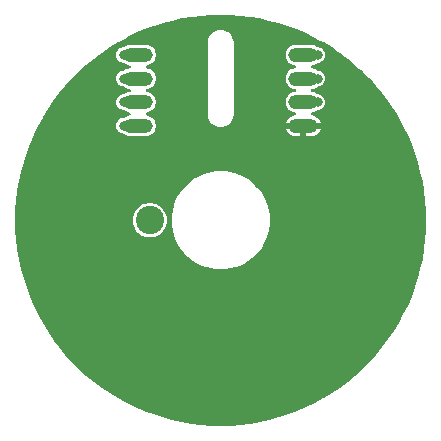
<source format=gtl>
G04 #@! TF.GenerationSoftware,KiCad,Pcbnew,8.0.7*
G04 #@! TF.CreationDate,2025-03-03T17:10:54+00:00*
G04 #@! TF.ProjectId,view_screen,76696577-5f73-4637-9265-656e2e6b6963,rev?*
G04 #@! TF.SameCoordinates,Original*
G04 #@! TF.FileFunction,Copper,L1,Top*
G04 #@! TF.FilePolarity,Positive*
%FSLAX46Y46*%
G04 Gerber Fmt 4.6, Leading zero omitted, Abs format (unit mm)*
G04 Created by KiCad (PCBNEW 8.0.7) date 2025-03-03 17:10:54*
%MOMM*%
%LPD*%
G01*
G04 APERTURE LIST*
G04 #@! TA.AperFunction,ComponentPad*
%ADD10C,2.400000*%
G04 #@! TD*
G04 #@! TA.AperFunction,SMDPad,CuDef*
%ADD11O,2.500000X1.250000*%
G04 #@! TD*
G04 #@! TA.AperFunction,ViaPad*
%ADD12C,0.800000*%
G04 #@! TD*
G04 APERTURE END LIST*
D10*
X94000000Y-100000000D03*
D11*
X93000000Y-92000000D03*
X93000000Y-90000000D03*
X93000000Y-88000000D03*
X93000000Y-86000000D03*
X107000000Y-92000000D03*
X107000000Y-90000000D03*
X107000000Y-88000000D03*
X107000000Y-86000000D03*
D12*
X93250000Y-107000000D03*
X85000000Y-98500000D03*
X107750000Y-109000000D03*
X105500000Y-93000000D03*
X91000000Y-98500000D03*
X115000000Y-101500000D03*
X100000000Y-116500000D03*
X89000000Y-98500000D03*
X95750000Y-107000000D03*
X87000000Y-98500000D03*
X90750000Y-107000000D03*
X100000000Y-107500000D03*
X98500000Y-92500000D03*
X108200000Y-90000000D03*
X108200000Y-86000000D03*
X108200000Y-88000000D03*
X91800000Y-86000000D03*
X91800000Y-88000000D03*
X91800000Y-90000000D03*
X91800000Y-92000000D03*
G04 #@! TA.AperFunction,Conductor*
G36*
X100824914Y-82620136D02*
G01*
X100830868Y-82620420D01*
X101650970Y-82679074D01*
X101656869Y-82679637D01*
X102473244Y-82777247D01*
X102479171Y-82778100D01*
X103289931Y-82914436D01*
X103295790Y-82915566D01*
X104099160Y-83090329D01*
X104104985Y-83091741D01*
X104899124Y-83304529D01*
X104904865Y-83306216D01*
X105687973Y-83556548D01*
X105693591Y-83558492D01*
X106463929Y-83845813D01*
X106469496Y-83848042D01*
X107225270Y-84171683D01*
X107230725Y-84174175D01*
X107970200Y-84533391D01*
X107975530Y-84536138D01*
X108271124Y-84697544D01*
X108697135Y-84930163D01*
X108702301Y-84933145D01*
X109404331Y-85361055D01*
X109409344Y-85364277D01*
X109969576Y-85743453D01*
X110090221Y-85825108D01*
X110095103Y-85828584D01*
X110539362Y-86161153D01*
X110753254Y-86321270D01*
X110757964Y-86324974D01*
X111308339Y-86779402D01*
X111391936Y-86848425D01*
X111396463Y-86852347D01*
X111728622Y-87154300D01*
X112004819Y-87405380D01*
X112009159Y-87409519D01*
X112590480Y-87990840D01*
X112594619Y-87995180D01*
X113147647Y-88603531D01*
X113151572Y-88608061D01*
X113213576Y-88683156D01*
X113675022Y-89242031D01*
X113678729Y-89246745D01*
X114171412Y-89904893D01*
X114174891Y-89909778D01*
X114235955Y-90000000D01*
X114603197Y-90542599D01*
X114635712Y-90590639D01*
X114638950Y-90595679D01*
X114979741Y-91154781D01*
X115066845Y-91297684D01*
X115069844Y-91302878D01*
X115463861Y-92024469D01*
X115466608Y-92029799D01*
X115825824Y-92769274D01*
X115828316Y-92774729D01*
X116151957Y-93530503D01*
X116154186Y-93536070D01*
X116441496Y-94306376D01*
X116443457Y-94312044D01*
X116693781Y-95095127D01*
X116695471Y-95100881D01*
X116908257Y-95895011D01*
X116909670Y-95900839D01*
X117084433Y-96704209D01*
X117085568Y-96710097D01*
X117221898Y-97520824D01*
X117222752Y-97526760D01*
X117320358Y-98343095D01*
X117320928Y-98349065D01*
X117379578Y-99169113D01*
X117379863Y-99175103D01*
X117399428Y-99997001D01*
X117399428Y-100002999D01*
X117379863Y-100824896D01*
X117379578Y-100830886D01*
X117320928Y-101650934D01*
X117320358Y-101656904D01*
X117222752Y-102473239D01*
X117221898Y-102479175D01*
X117085568Y-103289902D01*
X117084433Y-103295790D01*
X116909670Y-104099160D01*
X116908257Y-104104988D01*
X116695471Y-104899118D01*
X116693781Y-104904872D01*
X116443457Y-105687955D01*
X116441496Y-105693623D01*
X116154186Y-106463929D01*
X116151957Y-106469496D01*
X115828316Y-107225270D01*
X115825824Y-107230725D01*
X115466608Y-107970200D01*
X115463861Y-107975530D01*
X115069844Y-108697121D01*
X115066845Y-108702315D01*
X114638954Y-109404315D01*
X114635712Y-109409360D01*
X114174891Y-110090221D01*
X114171412Y-110095106D01*
X113678729Y-110753254D01*
X113675022Y-110757968D01*
X113151574Y-111391936D01*
X113147647Y-111396468D01*
X112594619Y-112004819D01*
X112590480Y-112009159D01*
X112009159Y-112590480D01*
X112004819Y-112594619D01*
X111396468Y-113147647D01*
X111391936Y-113151574D01*
X110757968Y-113675022D01*
X110753254Y-113678729D01*
X110095106Y-114171412D01*
X110090221Y-114174891D01*
X109409360Y-114635712D01*
X109404315Y-114638954D01*
X108702315Y-115066845D01*
X108697121Y-115069844D01*
X107975530Y-115463861D01*
X107970200Y-115466608D01*
X107230725Y-115825824D01*
X107225270Y-115828316D01*
X106469496Y-116151957D01*
X106463929Y-116154186D01*
X105693623Y-116441496D01*
X105687955Y-116443457D01*
X104904872Y-116693781D01*
X104899118Y-116695471D01*
X104104988Y-116908257D01*
X104099160Y-116909670D01*
X103295790Y-117084433D01*
X103289902Y-117085568D01*
X102479175Y-117221898D01*
X102473239Y-117222752D01*
X101656904Y-117320358D01*
X101650934Y-117320928D01*
X100830886Y-117379578D01*
X100824896Y-117379863D01*
X100002999Y-117399428D01*
X99997001Y-117399428D01*
X99175103Y-117379863D01*
X99169113Y-117379578D01*
X98349065Y-117320928D01*
X98343095Y-117320358D01*
X97526760Y-117222752D01*
X97520824Y-117221898D01*
X96710097Y-117085568D01*
X96704209Y-117084433D01*
X95900839Y-116909670D01*
X95895011Y-116908257D01*
X95100881Y-116695471D01*
X95095127Y-116693781D01*
X94312044Y-116443457D01*
X94306383Y-116441498D01*
X94045969Y-116344369D01*
X93536070Y-116154186D01*
X93530503Y-116151957D01*
X92774729Y-115828316D01*
X92769274Y-115825824D01*
X92029799Y-115466608D01*
X92024469Y-115463861D01*
X91302878Y-115069844D01*
X91297684Y-115066845D01*
X90595684Y-114638954D01*
X90590639Y-114635712D01*
X89909778Y-114174891D01*
X89904893Y-114171412D01*
X89246745Y-113678729D01*
X89242031Y-113675022D01*
X88608063Y-113151574D01*
X88603531Y-113147647D01*
X87995180Y-112594619D01*
X87990840Y-112590480D01*
X87409519Y-112009159D01*
X87405380Y-112004819D01*
X86852352Y-111396468D01*
X86848425Y-111391936D01*
X86324977Y-110757968D01*
X86321270Y-110753254D01*
X85916230Y-110212184D01*
X85828584Y-110095103D01*
X85825108Y-110090221D01*
X85437982Y-109518244D01*
X85364277Y-109409344D01*
X85361055Y-109404331D01*
X84933145Y-108702301D01*
X84930155Y-108697121D01*
X84536138Y-107975530D01*
X84533391Y-107970200D01*
X84174175Y-107230725D01*
X84171683Y-107225270D01*
X83848042Y-106469496D01*
X83845813Y-106463929D01*
X83558492Y-105693591D01*
X83556542Y-105687955D01*
X83306218Y-104904872D01*
X83304528Y-104899118D01*
X83091742Y-104104988D01*
X83090329Y-104099160D01*
X82915566Y-103295790D01*
X82914436Y-103289931D01*
X82778100Y-102479171D01*
X82777247Y-102473239D01*
X82757571Y-102308675D01*
X82679637Y-101656869D01*
X82679074Y-101650970D01*
X82620420Y-100830868D01*
X82620136Y-100824896D01*
X82617035Y-100694638D01*
X82600571Y-100002982D01*
X82600571Y-100000000D01*
X92540515Y-100000000D01*
X92560420Y-100240226D01*
X92560421Y-100240232D01*
X92619593Y-100473893D01*
X92619595Y-100473897D01*
X92716420Y-100694637D01*
X92848260Y-100896434D01*
X93011511Y-101073772D01*
X93011516Y-101073776D01*
X93011518Y-101073778D01*
X93129862Y-101165889D01*
X93181754Y-101206279D01*
X93201737Y-101221832D01*
X93413732Y-101336557D01*
X93641718Y-101414825D01*
X93879477Y-101454500D01*
X93879481Y-101454500D01*
X94120519Y-101454500D01*
X94120523Y-101454500D01*
X94358282Y-101414825D01*
X94586268Y-101336557D01*
X94798263Y-101221832D01*
X94988482Y-101073778D01*
X95151739Y-100896434D01*
X95283579Y-100694638D01*
X95380406Y-100473894D01*
X95439580Y-100240223D01*
X95459485Y-100000000D01*
X95844495Y-100000000D01*
X95864124Y-100399564D01*
X95864505Y-100407307D01*
X95864506Y-100407321D01*
X95874382Y-100473897D01*
X95924342Y-100810699D01*
X95945818Y-100896434D01*
X96023431Y-101206284D01*
X96149101Y-101557508D01*
X96160814Y-101590243D01*
X96335172Y-101958891D01*
X96335174Y-101958894D01*
X96544826Y-102308679D01*
X96787740Y-102636210D01*
X96787748Y-102636220D01*
X96787751Y-102636224D01*
X96893120Y-102752481D01*
X97061613Y-102938386D01*
X97230106Y-103091098D01*
X97363776Y-103212249D01*
X97363779Y-103212251D01*
X97363789Y-103212259D01*
X97691320Y-103455173D01*
X97691324Y-103455175D01*
X97691325Y-103455176D01*
X98041109Y-103664828D01*
X98409757Y-103839186D01*
X98793721Y-103976570D01*
X99189301Y-104075658D01*
X99592689Y-104135495D01*
X99940438Y-104152578D01*
X99999996Y-104155505D01*
X100000000Y-104155505D01*
X100000004Y-104155505D01*
X100057460Y-104152682D01*
X100407311Y-104135495D01*
X100810699Y-104075658D01*
X101206279Y-103976570D01*
X101590243Y-103839186D01*
X101958891Y-103664828D01*
X102308675Y-103455176D01*
X102636224Y-103212249D01*
X102938386Y-102938386D01*
X103212249Y-102636224D01*
X103455176Y-102308675D01*
X103664828Y-101958891D01*
X103839186Y-101590243D01*
X103976570Y-101206279D01*
X104075658Y-100810699D01*
X104135495Y-100407311D01*
X104155505Y-100000000D01*
X104135495Y-99592689D01*
X104075658Y-99189301D01*
X103976570Y-98793721D01*
X103971005Y-98778169D01*
X103929955Y-98663441D01*
X103839186Y-98409757D01*
X103664828Y-98041109D01*
X103455176Y-97691325D01*
X103455175Y-97691324D01*
X103455173Y-97691320D01*
X103212259Y-97363789D01*
X103212251Y-97363779D01*
X103212249Y-97363776D01*
X103091098Y-97230106D01*
X102938386Y-97061613D01*
X102734509Y-96876831D01*
X102636224Y-96787751D01*
X102636220Y-96787748D01*
X102636210Y-96787740D01*
X102308679Y-96544826D01*
X101958894Y-96335174D01*
X101958895Y-96335174D01*
X101958891Y-96335172D01*
X101590243Y-96160814D01*
X101557556Y-96149118D01*
X101206284Y-96023431D01*
X101107002Y-95998562D01*
X100810699Y-95924342D01*
X100781039Y-95919942D01*
X100407321Y-95864506D01*
X100407314Y-95864505D01*
X100407311Y-95864505D01*
X100203655Y-95854500D01*
X100000004Y-95844495D01*
X99999996Y-95844495D01*
X99767250Y-95855929D01*
X99592689Y-95864505D01*
X99592686Y-95864505D01*
X99592678Y-95864506D01*
X99189307Y-95924341D01*
X99189305Y-95924341D01*
X99189301Y-95924342D01*
X98991511Y-95973886D01*
X98793715Y-96023431D01*
X98409759Y-96160813D01*
X98041105Y-96335174D01*
X97691320Y-96544826D01*
X97363789Y-96787740D01*
X97363779Y-96787748D01*
X97061613Y-97061613D01*
X96787748Y-97363779D01*
X96787740Y-97363789D01*
X96544826Y-97691320D01*
X96335174Y-98041105D01*
X96160813Y-98409759D01*
X96023431Y-98793715D01*
X96017432Y-98817665D01*
X95924342Y-99189301D01*
X95924341Y-99189305D01*
X95924341Y-99189307D01*
X95864506Y-99592678D01*
X95864505Y-99592686D01*
X95864505Y-99592689D01*
X95844495Y-100000000D01*
X95459485Y-100000000D01*
X95439580Y-99759777D01*
X95439579Y-99759773D01*
X95439578Y-99759767D01*
X95380406Y-99526106D01*
X95380404Y-99526102D01*
X95283579Y-99305362D01*
X95151739Y-99103565D01*
X94988488Y-98926227D01*
X94798265Y-98778169D01*
X94770269Y-98763018D01*
X94586268Y-98663443D01*
X94586265Y-98663442D01*
X94586264Y-98663441D01*
X94358286Y-98585176D01*
X94358279Y-98585174D01*
X94256524Y-98568194D01*
X94120523Y-98545500D01*
X93879477Y-98545500D01*
X93760491Y-98565355D01*
X93641720Y-98585174D01*
X93641713Y-98585176D01*
X93413735Y-98663441D01*
X93413732Y-98663443D01*
X93201734Y-98778169D01*
X93011511Y-98926227D01*
X92848260Y-99103565D01*
X92716420Y-99305362D01*
X92619595Y-99526102D01*
X92619593Y-99526106D01*
X92560421Y-99759767D01*
X92560420Y-99759773D01*
X92540515Y-100000000D01*
X82600571Y-100000000D01*
X82600571Y-99997001D01*
X82606218Y-99759777D01*
X82620136Y-99175083D01*
X82620421Y-99169113D01*
X82679074Y-98349025D01*
X82679637Y-98343134D01*
X82777248Y-97526749D01*
X82778101Y-97520824D01*
X82914438Y-96710060D01*
X82915566Y-96704209D01*
X83090329Y-95900839D01*
X83091742Y-95895011D01*
X83304528Y-95100881D01*
X83306218Y-95095127D01*
X83323853Y-95039961D01*
X83556552Y-94312013D01*
X83558487Y-94306420D01*
X83845821Y-93536049D01*
X83848042Y-93530503D01*
X84171689Y-92774715D01*
X84174175Y-92769274D01*
X84216011Y-92683153D01*
X84533392Y-92029796D01*
X84536138Y-92024469D01*
X84930173Y-91302845D01*
X84933134Y-91297716D01*
X85361067Y-90595648D01*
X85364264Y-90590673D01*
X85825124Y-89909754D01*
X85828570Y-89904916D01*
X86321288Y-89246721D01*
X86324958Y-89242055D01*
X86848447Y-88608037D01*
X86852329Y-88603557D01*
X87405400Y-87995158D01*
X87409498Y-87990861D01*
X87990861Y-87409498D01*
X87995158Y-87405400D01*
X88603557Y-86852329D01*
X88608037Y-86848447D01*
X89242055Y-86324958D01*
X89246721Y-86321288D01*
X89675917Y-85999996D01*
X91140693Y-85999996D01*
X91140693Y-86000003D01*
X91159849Y-86157779D01*
X91208447Y-86285919D01*
X91216213Y-86306395D01*
X91306502Y-86437201D01*
X91425471Y-86542599D01*
X91425472Y-86542599D01*
X91425474Y-86542601D01*
X91459862Y-86560649D01*
X91566207Y-86616463D01*
X91720529Y-86654500D01*
X91734355Y-86654500D01*
X91802476Y-86674502D01*
X91814293Y-86683104D01*
X91814344Y-86683146D01*
X91814351Y-86683153D01*
X91958400Y-86779403D01*
X92118459Y-86845702D01*
X92231823Y-86868251D01*
X92272896Y-86876421D01*
X92335805Y-86909329D01*
X92370937Y-86971024D01*
X92367137Y-87041918D01*
X92325611Y-87099504D01*
X92272896Y-87123579D01*
X92118458Y-87154298D01*
X92118453Y-87154300D01*
X91958400Y-87220597D01*
X91814356Y-87316843D01*
X91814293Y-87316896D01*
X91814253Y-87316912D01*
X91809205Y-87320286D01*
X91808565Y-87319328D01*
X91748947Y-87344652D01*
X91734355Y-87345500D01*
X91720527Y-87345500D01*
X91566209Y-87383536D01*
X91566202Y-87383539D01*
X91425474Y-87457398D01*
X91425469Y-87457402D01*
X91306501Y-87562800D01*
X91216215Y-87693601D01*
X91216212Y-87693607D01*
X91159849Y-87842220D01*
X91140693Y-87999996D01*
X91140693Y-88000003D01*
X91159849Y-88157779D01*
X91208447Y-88285919D01*
X91216213Y-88306395D01*
X91306502Y-88437201D01*
X91425471Y-88542599D01*
X91425472Y-88542599D01*
X91425474Y-88542601D01*
X91459862Y-88560649D01*
X91566207Y-88616463D01*
X91720529Y-88654500D01*
X91734355Y-88654500D01*
X91802476Y-88674502D01*
X91814293Y-88683104D01*
X91814344Y-88683146D01*
X91814351Y-88683153D01*
X91958400Y-88779403D01*
X92118459Y-88845702D01*
X92231823Y-88868251D01*
X92272896Y-88876421D01*
X92335805Y-88909329D01*
X92370937Y-88971024D01*
X92367137Y-89041918D01*
X92325611Y-89099504D01*
X92272896Y-89123579D01*
X92118458Y-89154298D01*
X92118453Y-89154300D01*
X91958400Y-89220597D01*
X91814356Y-89316843D01*
X91814293Y-89316896D01*
X91814253Y-89316912D01*
X91809205Y-89320286D01*
X91808565Y-89319328D01*
X91748947Y-89344652D01*
X91734355Y-89345500D01*
X91720527Y-89345500D01*
X91566209Y-89383536D01*
X91566202Y-89383539D01*
X91425474Y-89457398D01*
X91425469Y-89457402D01*
X91306501Y-89562800D01*
X91216215Y-89693601D01*
X91216212Y-89693607D01*
X91159849Y-89842220D01*
X91140693Y-89999996D01*
X91140693Y-90000003D01*
X91159849Y-90157779D01*
X91208447Y-90285919D01*
X91216213Y-90306395D01*
X91306502Y-90437201D01*
X91425471Y-90542599D01*
X91425472Y-90542599D01*
X91425474Y-90542601D01*
X91459862Y-90560649D01*
X91566207Y-90616463D01*
X91720529Y-90654500D01*
X91734355Y-90654500D01*
X91802476Y-90674502D01*
X91814293Y-90683104D01*
X91814344Y-90683146D01*
X91814351Y-90683153D01*
X91958400Y-90779403D01*
X92118459Y-90845702D01*
X92231823Y-90868251D01*
X92272896Y-90876421D01*
X92335805Y-90909329D01*
X92370937Y-90971024D01*
X92367137Y-91041918D01*
X92325611Y-91099504D01*
X92272896Y-91123579D01*
X92118458Y-91154298D01*
X92118453Y-91154300D01*
X91958400Y-91220597D01*
X91814356Y-91316843D01*
X91814293Y-91316896D01*
X91814253Y-91316912D01*
X91809205Y-91320286D01*
X91808565Y-91319328D01*
X91748947Y-91344652D01*
X91734355Y-91345500D01*
X91720527Y-91345500D01*
X91566209Y-91383536D01*
X91566202Y-91383539D01*
X91425474Y-91457398D01*
X91425469Y-91457402D01*
X91306501Y-91562800D01*
X91216215Y-91693601D01*
X91216212Y-91693607D01*
X91159849Y-91842220D01*
X91140693Y-91999996D01*
X91140693Y-92000003D01*
X91159849Y-92157779D01*
X91208447Y-92285919D01*
X91216213Y-92306395D01*
X91306502Y-92437201D01*
X91425471Y-92542599D01*
X91425472Y-92542599D01*
X91425474Y-92542601D01*
X91459862Y-92560649D01*
X91566207Y-92616463D01*
X91720529Y-92654500D01*
X91734355Y-92654500D01*
X91802476Y-92674502D01*
X91814293Y-92683104D01*
X91814344Y-92683146D01*
X91814351Y-92683153D01*
X91958400Y-92779403D01*
X92118459Y-92845702D01*
X92264764Y-92874803D01*
X92288371Y-92879499D01*
X92288374Y-92879499D01*
X92288377Y-92879500D01*
X92288378Y-92879500D01*
X93711622Y-92879500D01*
X93711623Y-92879500D01*
X93881541Y-92845702D01*
X94041600Y-92779403D01*
X94185649Y-92683153D01*
X94308153Y-92560649D01*
X94404403Y-92416600D01*
X94470702Y-92256541D01*
X94471207Y-92254000D01*
X105529305Y-92254000D01*
X105529781Y-92256397D01*
X105529781Y-92256398D01*
X105596040Y-92416363D01*
X105692235Y-92560329D01*
X105692240Y-92560335D01*
X105814664Y-92682759D01*
X105814670Y-92682764D01*
X105958636Y-92778959D01*
X106118601Y-92845218D01*
X106118604Y-92845219D01*
X106288422Y-92878999D01*
X106288426Y-92879000D01*
X106746000Y-92879000D01*
X107254000Y-92879000D01*
X107711574Y-92879000D01*
X107711577Y-92878999D01*
X107881395Y-92845219D01*
X107881398Y-92845218D01*
X108041363Y-92778959D01*
X108185329Y-92682764D01*
X108185335Y-92682759D01*
X108307759Y-92560335D01*
X108307764Y-92560329D01*
X108403959Y-92416363D01*
X108470218Y-92256398D01*
X108470218Y-92256397D01*
X108470695Y-92254000D01*
X107254000Y-92254000D01*
X107254000Y-92879000D01*
X106746000Y-92879000D01*
X106746000Y-92254000D01*
X105529305Y-92254000D01*
X94471207Y-92254000D01*
X94504500Y-92086623D01*
X94504500Y-91913377D01*
X94470702Y-91743459D01*
X94404403Y-91583400D01*
X94308153Y-91439351D01*
X94185649Y-91316847D01*
X94041600Y-91220597D01*
X93881541Y-91154298D01*
X93792248Y-91136536D01*
X93727104Y-91123579D01*
X93664194Y-91090672D01*
X93629062Y-91028977D01*
X93632862Y-90958082D01*
X93674388Y-90900496D01*
X93727104Y-90876421D01*
X93753656Y-90871139D01*
X93881541Y-90845702D01*
X94041600Y-90779403D01*
X94185649Y-90683153D01*
X94308153Y-90560649D01*
X94404403Y-90416600D01*
X94470702Y-90256541D01*
X94504500Y-90086623D01*
X94504500Y-89913377D01*
X94502812Y-89904893D01*
X94490346Y-89842218D01*
X94470702Y-89743459D01*
X94404403Y-89583400D01*
X94308153Y-89439351D01*
X94185649Y-89316847D01*
X94041600Y-89220597D01*
X93881541Y-89154298D01*
X93792248Y-89136536D01*
X93727104Y-89123579D01*
X93664194Y-89090672D01*
X93629062Y-89028977D01*
X93632862Y-88958082D01*
X93674388Y-88900496D01*
X93727104Y-88876421D01*
X93753656Y-88871139D01*
X93881541Y-88845702D01*
X94041600Y-88779403D01*
X94185649Y-88683153D01*
X94308153Y-88560649D01*
X94404403Y-88416600D01*
X94470702Y-88256541D01*
X94504500Y-88086623D01*
X94504500Y-87913377D01*
X94470702Y-87743459D01*
X94404403Y-87583400D01*
X94308153Y-87439351D01*
X94185649Y-87316847D01*
X94041600Y-87220597D01*
X93881541Y-87154298D01*
X93792248Y-87136536D01*
X93727104Y-87123579D01*
X93664194Y-87090672D01*
X93629062Y-87028977D01*
X93632862Y-86958082D01*
X93674388Y-86900496D01*
X93727104Y-86876421D01*
X93753656Y-86871139D01*
X93881541Y-86845702D01*
X94041600Y-86779403D01*
X94185649Y-86683153D01*
X94308153Y-86560649D01*
X94404403Y-86416600D01*
X94470702Y-86256541D01*
X94504500Y-86086623D01*
X94504500Y-85913377D01*
X94470702Y-85743459D01*
X94404403Y-85583400D01*
X94308153Y-85439351D01*
X94185649Y-85316847D01*
X94041600Y-85220597D01*
X93881541Y-85154298D01*
X93832993Y-85144641D01*
X93711628Y-85120500D01*
X93711623Y-85120500D01*
X92288377Y-85120500D01*
X92288371Y-85120500D01*
X92142733Y-85149469D01*
X92118459Y-85154298D01*
X92118456Y-85154298D01*
X92118453Y-85154300D01*
X91958400Y-85220597D01*
X91814356Y-85316843D01*
X91814293Y-85316896D01*
X91814253Y-85316912D01*
X91809205Y-85320286D01*
X91808565Y-85319328D01*
X91748947Y-85344652D01*
X91734355Y-85345500D01*
X91720527Y-85345500D01*
X91566209Y-85383536D01*
X91566202Y-85383539D01*
X91425474Y-85457398D01*
X91425469Y-85457402D01*
X91306501Y-85562800D01*
X91216215Y-85693601D01*
X91216212Y-85693607D01*
X91159849Y-85842220D01*
X91140693Y-85999996D01*
X89675917Y-85999996D01*
X89904916Y-85828570D01*
X89909754Y-85825124D01*
X90590673Y-85364264D01*
X90595648Y-85361067D01*
X91297716Y-84933134D01*
X91302845Y-84930173D01*
X91361722Y-84898024D01*
X98899500Y-84898024D01*
X98899500Y-84980009D01*
X98899500Y-90973071D01*
X98899500Y-91000000D01*
X98899500Y-91101976D01*
X98903586Y-91123833D01*
X98936976Y-91302457D01*
X98942570Y-91316896D01*
X99010652Y-91492637D01*
X99010653Y-91492638D01*
X99010658Y-91492648D01*
X99118017Y-91666039D01*
X99118018Y-91666040D01*
X99255421Y-91816765D01*
X99408944Y-91932699D01*
X99418179Y-91939673D01*
X99600750Y-92030582D01*
X99796917Y-92086397D01*
X100000000Y-92105215D01*
X100203083Y-92086397D01*
X100399250Y-92030582D01*
X100581821Y-91939673D01*
X100744579Y-91816764D01*
X100881981Y-91666041D01*
X100989348Y-91492637D01*
X101063024Y-91302456D01*
X101100500Y-91101976D01*
X101100500Y-91000000D01*
X101100500Y-90973071D01*
X101100500Y-85913371D01*
X105495500Y-85913371D01*
X105495500Y-86086628D01*
X105519641Y-86207993D01*
X105529298Y-86256541D01*
X105595597Y-86416600D01*
X105691847Y-86560649D01*
X105814351Y-86683153D01*
X105958400Y-86779403D01*
X106118459Y-86845702D01*
X106231823Y-86868251D01*
X106272896Y-86876421D01*
X106335805Y-86909329D01*
X106370937Y-86971024D01*
X106367137Y-87041918D01*
X106325611Y-87099504D01*
X106272896Y-87123579D01*
X106118458Y-87154298D01*
X106118453Y-87154300D01*
X105958400Y-87220597D01*
X105814352Y-87316846D01*
X105814346Y-87316851D01*
X105691851Y-87439346D01*
X105691846Y-87439352D01*
X105595597Y-87583400D01*
X105529300Y-87743453D01*
X105529298Y-87743460D01*
X105495500Y-87913371D01*
X105495500Y-88086628D01*
X105509653Y-88157779D01*
X105529298Y-88256541D01*
X105595597Y-88416600D01*
X105691847Y-88560649D01*
X105814351Y-88683153D01*
X105958400Y-88779403D01*
X106118459Y-88845702D01*
X106231823Y-88868251D01*
X106272896Y-88876421D01*
X106335805Y-88909329D01*
X106370937Y-88971024D01*
X106367137Y-89041918D01*
X106325611Y-89099504D01*
X106272896Y-89123579D01*
X106118458Y-89154298D01*
X106118453Y-89154300D01*
X105958400Y-89220597D01*
X105814352Y-89316846D01*
X105814346Y-89316851D01*
X105691851Y-89439346D01*
X105691846Y-89439352D01*
X105595597Y-89583400D01*
X105529300Y-89743453D01*
X105529298Y-89743460D01*
X105495500Y-89913371D01*
X105495500Y-90086628D01*
X105509653Y-90157779D01*
X105529298Y-90256541D01*
X105595597Y-90416600D01*
X105691847Y-90560649D01*
X105814351Y-90683153D01*
X105958400Y-90779403D01*
X106118459Y-90845702D01*
X106274178Y-90876675D01*
X106337087Y-90909582D01*
X106372219Y-90971277D01*
X106368419Y-91042172D01*
X106326894Y-91099758D01*
X106274179Y-91123833D01*
X106118602Y-91154780D01*
X106118601Y-91154781D01*
X105958636Y-91221040D01*
X105814670Y-91317235D01*
X105814664Y-91317240D01*
X105692240Y-91439664D01*
X105692235Y-91439670D01*
X105596040Y-91583636D01*
X105529781Y-91743601D01*
X105529781Y-91743602D01*
X105529305Y-91746000D01*
X108470695Y-91746000D01*
X108470218Y-91743602D01*
X108470218Y-91743601D01*
X108403959Y-91583636D01*
X108307764Y-91439670D01*
X108307759Y-91439664D01*
X108185335Y-91317240D01*
X108185329Y-91317235D01*
X108041363Y-91221040D01*
X107881398Y-91154781D01*
X107725820Y-91123833D01*
X107662911Y-91090925D01*
X107627780Y-91029229D01*
X107631581Y-90958334D01*
X107673107Y-90900749D01*
X107725819Y-90876676D01*
X107881541Y-90845702D01*
X108041600Y-90779403D01*
X108185649Y-90683153D01*
X108185659Y-90683143D01*
X108185707Y-90683104D01*
X108185746Y-90683087D01*
X108190795Y-90679714D01*
X108191434Y-90680671D01*
X108251053Y-90655348D01*
X108265645Y-90654500D01*
X108279470Y-90654500D01*
X108279471Y-90654500D01*
X108433793Y-90616463D01*
X108574529Y-90542599D01*
X108693498Y-90437201D01*
X108783787Y-90306395D01*
X108840149Y-90157782D01*
X108840149Y-90157781D01*
X108840150Y-90157779D01*
X108859307Y-90000003D01*
X108859307Y-89999996D01*
X108840150Y-89842220D01*
X108819517Y-89787816D01*
X108783787Y-89693605D01*
X108693498Y-89562799D01*
X108574529Y-89457401D01*
X108574528Y-89457400D01*
X108574525Y-89457398D01*
X108433797Y-89383539D01*
X108433795Y-89383538D01*
X108433793Y-89383537D01*
X108433791Y-89383536D01*
X108433790Y-89383536D01*
X108279472Y-89345500D01*
X108279471Y-89345500D01*
X108265645Y-89345500D01*
X108197524Y-89325498D01*
X108185707Y-89316896D01*
X108185653Y-89316851D01*
X108185649Y-89316847D01*
X108041600Y-89220597D01*
X107881541Y-89154298D01*
X107792248Y-89136536D01*
X107727104Y-89123579D01*
X107664194Y-89090672D01*
X107629062Y-89028977D01*
X107632862Y-88958082D01*
X107674388Y-88900496D01*
X107727104Y-88876421D01*
X107753656Y-88871139D01*
X107881541Y-88845702D01*
X108041600Y-88779403D01*
X108185649Y-88683153D01*
X108185659Y-88683143D01*
X108185707Y-88683104D01*
X108185746Y-88683087D01*
X108190795Y-88679714D01*
X108191434Y-88680671D01*
X108251053Y-88655348D01*
X108265645Y-88654500D01*
X108279470Y-88654500D01*
X108279471Y-88654500D01*
X108433793Y-88616463D01*
X108574529Y-88542599D01*
X108693498Y-88437201D01*
X108783787Y-88306395D01*
X108840149Y-88157782D01*
X108840149Y-88157781D01*
X108840150Y-88157779D01*
X108859307Y-88000003D01*
X108859307Y-87999996D01*
X108840150Y-87842220D01*
X108826538Y-87806331D01*
X108783787Y-87693605D01*
X108693498Y-87562799D01*
X108574529Y-87457401D01*
X108574528Y-87457400D01*
X108574525Y-87457398D01*
X108433797Y-87383539D01*
X108433795Y-87383538D01*
X108433793Y-87383537D01*
X108433791Y-87383536D01*
X108433790Y-87383536D01*
X108279472Y-87345500D01*
X108279471Y-87345500D01*
X108265645Y-87345500D01*
X108197524Y-87325498D01*
X108185707Y-87316896D01*
X108185653Y-87316851D01*
X108185649Y-87316847D01*
X108041600Y-87220597D01*
X107881541Y-87154298D01*
X107792248Y-87136536D01*
X107727104Y-87123579D01*
X107664194Y-87090672D01*
X107629062Y-87028977D01*
X107632862Y-86958082D01*
X107674388Y-86900496D01*
X107727104Y-86876421D01*
X107753656Y-86871139D01*
X107881541Y-86845702D01*
X108041600Y-86779403D01*
X108185649Y-86683153D01*
X108185659Y-86683143D01*
X108185707Y-86683104D01*
X108185746Y-86683087D01*
X108190795Y-86679714D01*
X108191434Y-86680671D01*
X108251053Y-86655348D01*
X108265645Y-86654500D01*
X108279470Y-86654500D01*
X108279471Y-86654500D01*
X108433793Y-86616463D01*
X108574529Y-86542599D01*
X108693498Y-86437201D01*
X108783787Y-86306395D01*
X108840149Y-86157782D01*
X108840149Y-86157781D01*
X108840150Y-86157779D01*
X108859307Y-86000003D01*
X108859307Y-85999996D01*
X108840150Y-85842220D01*
X108826538Y-85806331D01*
X108783787Y-85693605D01*
X108693498Y-85562799D01*
X108574529Y-85457401D01*
X108574528Y-85457400D01*
X108574525Y-85457398D01*
X108433797Y-85383539D01*
X108433795Y-85383538D01*
X108433793Y-85383537D01*
X108433791Y-85383536D01*
X108433790Y-85383536D01*
X108279472Y-85345500D01*
X108279471Y-85345500D01*
X108265645Y-85345500D01*
X108197524Y-85325498D01*
X108185707Y-85316896D01*
X108185653Y-85316851D01*
X108185649Y-85316847D01*
X108041600Y-85220597D01*
X107881541Y-85154298D01*
X107832993Y-85144641D01*
X107711628Y-85120500D01*
X107711623Y-85120500D01*
X106288377Y-85120500D01*
X106288371Y-85120500D01*
X106142733Y-85149469D01*
X106118459Y-85154298D01*
X106118456Y-85154298D01*
X106118453Y-85154300D01*
X105958400Y-85220597D01*
X105814352Y-85316846D01*
X105814346Y-85316851D01*
X105691851Y-85439346D01*
X105691846Y-85439352D01*
X105595597Y-85583400D01*
X105529300Y-85743453D01*
X105529298Y-85743460D01*
X105495500Y-85913371D01*
X101100500Y-85913371D01*
X101100500Y-84980009D01*
X101100500Y-84898024D01*
X101063024Y-84697544D01*
X100989348Y-84507363D01*
X100984953Y-84500265D01*
X100881982Y-84333960D01*
X100881981Y-84333959D01*
X100744578Y-84183234D01*
X100581824Y-84060329D01*
X100581822Y-84060328D01*
X100581821Y-84060327D01*
X100399250Y-83969418D01*
X100399247Y-83969417D01*
X100399245Y-83969416D01*
X100203084Y-83913603D01*
X100000000Y-83894785D01*
X99796915Y-83913603D01*
X99600754Y-83969416D01*
X99418175Y-84060329D01*
X99255421Y-84183234D01*
X99118018Y-84333959D01*
X99118017Y-84333960D01*
X99010658Y-84507351D01*
X99010653Y-84507361D01*
X98936976Y-84697542D01*
X98936976Y-84697544D01*
X98899500Y-84898024D01*
X91361722Y-84898024D01*
X92024471Y-84536136D01*
X92029799Y-84533391D01*
X92083384Y-84507361D01*
X92769288Y-84174168D01*
X92774715Y-84171689D01*
X93530509Y-83848039D01*
X93536049Y-83845821D01*
X94306420Y-83558487D01*
X94312013Y-83556552D01*
X95095145Y-83306212D01*
X95100864Y-83304532D01*
X95895023Y-83091738D01*
X95900839Y-83090329D01*
X96704209Y-82915566D01*
X96710060Y-82914438D01*
X97520834Y-82778099D01*
X97526749Y-82777248D01*
X98343134Y-82679637D01*
X98349025Y-82679074D01*
X99169133Y-82620420D01*
X99175083Y-82620136D01*
X99997017Y-82600571D01*
X100002983Y-82600571D01*
X100824914Y-82620136D01*
G37*
G04 #@! TD.AperFunction*
M02*

</source>
